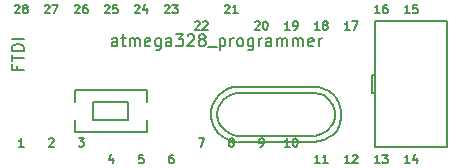
<source format=gto>
G04 #@! TF.FileFunction,Legend,Top*
%FSLAX46Y46*%
G04 Gerber Fmt 4.6, Leading zero omitted, Abs format (unit mm)*
G04 Created by KiCad (PCBNEW 4.0.0-2.201511301921+6191~38~ubuntu15.10.1-stable) date Tue 01 Dec 2015 16:56:00 GMT*
%MOMM*%
G01*
G04 APERTURE LIST*
%ADD10C,0.100000*%
%ADD11C,0.150000*%
G04 APERTURE END LIST*
D10*
D11*
X150241000Y-108442760D02*
X150040340Y-108041440D01*
X150040340Y-108041440D02*
X149938740Y-107442000D01*
X149938740Y-107442000D02*
X150040340Y-106941620D01*
X150040340Y-106941620D02*
X150439120Y-106243120D01*
X150439120Y-106243120D02*
X151041100Y-105841800D01*
X151041100Y-105841800D02*
X151640540Y-105641140D01*
X151640540Y-105641140D02*
X158239460Y-105641140D01*
X158239460Y-105641140D02*
X158940500Y-105841800D01*
X158940500Y-105841800D02*
X159339280Y-106141520D01*
X159339280Y-106141520D02*
X159740600Y-106641900D01*
X159740600Y-106641900D02*
X159941260Y-107241340D01*
X159941260Y-107241340D02*
X159941260Y-107741720D01*
X159941260Y-107741720D02*
X159740600Y-108242100D01*
X159740600Y-108242100D02*
X159240220Y-108841540D01*
X159240220Y-108841540D02*
X158739840Y-109141260D01*
X158739840Y-109141260D02*
X158239460Y-109242860D01*
X158140400Y-109242860D02*
X151538940Y-109242860D01*
X151538940Y-109242860D02*
X151140160Y-109141260D01*
X151140160Y-109141260D02*
X150639780Y-108841540D01*
X150639780Y-108841540D02*
X150139400Y-108341160D01*
X158130240Y-109771180D02*
X158589980Y-109722920D01*
X158589980Y-109722920D02*
X158988760Y-109611160D01*
X158988760Y-109611160D02*
X159420560Y-109392720D01*
X159420560Y-109392720D02*
X159710120Y-109161580D01*
X159710120Y-109161580D02*
X160040320Y-108811060D01*
X160040320Y-108811060D02*
X160329880Y-108272580D01*
X160329880Y-108272580D02*
X160459420Y-107673140D01*
X160459420Y-107673140D02*
X160459420Y-107162600D01*
X160459420Y-107162600D02*
X160289240Y-106461560D01*
X160289240Y-106461560D02*
X159890460Y-105872280D01*
X159890460Y-105872280D02*
X159430720Y-105501440D01*
X159430720Y-105501440D02*
X159009080Y-105293160D01*
X159009080Y-105293160D02*
X158559500Y-105133140D01*
X158559500Y-105133140D02*
X158120080Y-105102660D01*
X150779480Y-105321100D02*
X150401020Y-105542080D01*
X150401020Y-105542080D02*
X150080980Y-105821480D01*
X150080980Y-105821480D02*
X149829520Y-106151680D01*
X149829520Y-106151680D02*
X149529800Y-106702860D01*
X149529800Y-106702860D02*
X149420580Y-107172760D01*
X149420580Y-107172760D02*
X149400260Y-107632500D01*
X149400260Y-107632500D02*
X149489160Y-108092240D01*
X149489160Y-108092240D02*
X149679660Y-108541820D01*
X149679660Y-108541820D02*
X150040340Y-109011720D01*
X150040340Y-109011720D02*
X150390860Y-109331760D01*
X150390860Y-109331760D02*
X150779480Y-109562900D01*
X150779480Y-109562900D02*
X151208740Y-109702600D01*
X151208740Y-109702600D02*
X151650700Y-109771180D01*
X158140400Y-105112820D02*
X151688800Y-105112820D01*
X151688800Y-105112820D02*
X151269700Y-105150920D01*
X151269700Y-105150920D02*
X150779480Y-105321100D01*
X158140400Y-109771180D02*
X151688800Y-109771180D01*
X163322000Y-110236000D02*
X163322000Y-99568000D01*
X169418000Y-99568000D02*
X169418000Y-110236000D01*
X169418000Y-110236000D02*
X163322000Y-110236000D01*
X169418000Y-99568000D02*
X163322000Y-99568000D01*
X163322000Y-104140000D02*
X163068000Y-104140000D01*
X163068000Y-104140000D02*
X163068000Y-105664000D01*
X163068000Y-105664000D02*
X163322000Y-105664000D01*
X139446000Y-107950000D02*
X142367000Y-107950000D01*
X139446000Y-106426000D02*
X142367000Y-106426000D01*
X142367000Y-106426000D02*
X142367000Y-107950000D01*
X139446000Y-107950000D02*
X139446000Y-106426000D01*
X137922000Y-107950000D02*
X137922000Y-108966000D01*
X137922000Y-108966000D02*
X144018000Y-108966000D01*
X144018000Y-108966000D02*
X144018000Y-107950000D01*
X137922000Y-105410000D02*
X137922000Y-106426000D01*
X137922000Y-105410000D02*
X144018000Y-105410000D01*
X144018000Y-105410000D02*
X144018000Y-106426000D01*
X133024571Y-103338190D02*
X133024571Y-103671524D01*
X133548381Y-103671524D02*
X132548381Y-103671524D01*
X132548381Y-103195333D01*
X132548381Y-102957238D02*
X132548381Y-102385809D01*
X133548381Y-102671524D02*
X132548381Y-102671524D01*
X133548381Y-102052476D02*
X132548381Y-102052476D01*
X132548381Y-101814381D01*
X132596000Y-101671523D01*
X132691238Y-101576285D01*
X132786476Y-101528666D01*
X132976952Y-101481047D01*
X133119810Y-101481047D01*
X133310286Y-101528666D01*
X133405524Y-101576285D01*
X133500762Y-101671523D01*
X133548381Y-101814381D01*
X133548381Y-102052476D01*
X133548381Y-101052476D02*
X132548381Y-101052476D01*
X141479047Y-101671381D02*
X141479047Y-101147571D01*
X141431428Y-101052333D01*
X141336190Y-101004714D01*
X141145713Y-101004714D01*
X141050475Y-101052333D01*
X141479047Y-101623762D02*
X141383809Y-101671381D01*
X141145713Y-101671381D01*
X141050475Y-101623762D01*
X141002856Y-101528524D01*
X141002856Y-101433286D01*
X141050475Y-101338048D01*
X141145713Y-101290429D01*
X141383809Y-101290429D01*
X141479047Y-101242810D01*
X141812380Y-101004714D02*
X142193332Y-101004714D01*
X141955237Y-100671381D02*
X141955237Y-101528524D01*
X142002856Y-101623762D01*
X142098094Y-101671381D01*
X142193332Y-101671381D01*
X142526666Y-101671381D02*
X142526666Y-101004714D01*
X142526666Y-101099952D02*
X142574285Y-101052333D01*
X142669523Y-101004714D01*
X142812381Y-101004714D01*
X142907619Y-101052333D01*
X142955238Y-101147571D01*
X142955238Y-101671381D01*
X142955238Y-101147571D02*
X143002857Y-101052333D01*
X143098095Y-101004714D01*
X143240952Y-101004714D01*
X143336190Y-101052333D01*
X143383809Y-101147571D01*
X143383809Y-101671381D01*
X144240952Y-101623762D02*
X144145714Y-101671381D01*
X143955237Y-101671381D01*
X143859999Y-101623762D01*
X143812380Y-101528524D01*
X143812380Y-101147571D01*
X143859999Y-101052333D01*
X143955237Y-101004714D01*
X144145714Y-101004714D01*
X144240952Y-101052333D01*
X144288571Y-101147571D01*
X144288571Y-101242810D01*
X143812380Y-101338048D01*
X145145714Y-101004714D02*
X145145714Y-101814238D01*
X145098095Y-101909476D01*
X145050476Y-101957095D01*
X144955237Y-102004714D01*
X144812380Y-102004714D01*
X144717142Y-101957095D01*
X145145714Y-101623762D02*
X145050476Y-101671381D01*
X144859999Y-101671381D01*
X144764761Y-101623762D01*
X144717142Y-101576143D01*
X144669523Y-101480905D01*
X144669523Y-101195190D01*
X144717142Y-101099952D01*
X144764761Y-101052333D01*
X144859999Y-101004714D01*
X145050476Y-101004714D01*
X145145714Y-101052333D01*
X146050476Y-101671381D02*
X146050476Y-101147571D01*
X146002857Y-101052333D01*
X145907619Y-101004714D01*
X145717142Y-101004714D01*
X145621904Y-101052333D01*
X146050476Y-101623762D02*
X145955238Y-101671381D01*
X145717142Y-101671381D01*
X145621904Y-101623762D01*
X145574285Y-101528524D01*
X145574285Y-101433286D01*
X145621904Y-101338048D01*
X145717142Y-101290429D01*
X145955238Y-101290429D01*
X146050476Y-101242810D01*
X146431428Y-100671381D02*
X147050476Y-100671381D01*
X146717142Y-101052333D01*
X146860000Y-101052333D01*
X146955238Y-101099952D01*
X147002857Y-101147571D01*
X147050476Y-101242810D01*
X147050476Y-101480905D01*
X147002857Y-101576143D01*
X146955238Y-101623762D01*
X146860000Y-101671381D01*
X146574285Y-101671381D01*
X146479047Y-101623762D01*
X146431428Y-101576143D01*
X147431428Y-100766619D02*
X147479047Y-100719000D01*
X147574285Y-100671381D01*
X147812381Y-100671381D01*
X147907619Y-100719000D01*
X147955238Y-100766619D01*
X148002857Y-100861857D01*
X148002857Y-100957095D01*
X147955238Y-101099952D01*
X147383809Y-101671381D01*
X148002857Y-101671381D01*
X148574285Y-101099952D02*
X148479047Y-101052333D01*
X148431428Y-101004714D01*
X148383809Y-100909476D01*
X148383809Y-100861857D01*
X148431428Y-100766619D01*
X148479047Y-100719000D01*
X148574285Y-100671381D01*
X148764762Y-100671381D01*
X148860000Y-100719000D01*
X148907619Y-100766619D01*
X148955238Y-100861857D01*
X148955238Y-100909476D01*
X148907619Y-101004714D01*
X148860000Y-101052333D01*
X148764762Y-101099952D01*
X148574285Y-101099952D01*
X148479047Y-101147571D01*
X148431428Y-101195190D01*
X148383809Y-101290429D01*
X148383809Y-101480905D01*
X148431428Y-101576143D01*
X148479047Y-101623762D01*
X148574285Y-101671381D01*
X148764762Y-101671381D01*
X148860000Y-101623762D01*
X148907619Y-101576143D01*
X148955238Y-101480905D01*
X148955238Y-101290429D01*
X148907619Y-101195190D01*
X148860000Y-101147571D01*
X148764762Y-101099952D01*
X149145714Y-101766619D02*
X149907619Y-101766619D01*
X150145714Y-101004714D02*
X150145714Y-102004714D01*
X150145714Y-101052333D02*
X150240952Y-101004714D01*
X150431429Y-101004714D01*
X150526667Y-101052333D01*
X150574286Y-101099952D01*
X150621905Y-101195190D01*
X150621905Y-101480905D01*
X150574286Y-101576143D01*
X150526667Y-101623762D01*
X150431429Y-101671381D01*
X150240952Y-101671381D01*
X150145714Y-101623762D01*
X151050476Y-101671381D02*
X151050476Y-101004714D01*
X151050476Y-101195190D02*
X151098095Y-101099952D01*
X151145714Y-101052333D01*
X151240952Y-101004714D01*
X151336191Y-101004714D01*
X151812381Y-101671381D02*
X151717143Y-101623762D01*
X151669524Y-101576143D01*
X151621905Y-101480905D01*
X151621905Y-101195190D01*
X151669524Y-101099952D01*
X151717143Y-101052333D01*
X151812381Y-101004714D01*
X151955239Y-101004714D01*
X152050477Y-101052333D01*
X152098096Y-101099952D01*
X152145715Y-101195190D01*
X152145715Y-101480905D01*
X152098096Y-101576143D01*
X152050477Y-101623762D01*
X151955239Y-101671381D01*
X151812381Y-101671381D01*
X153002858Y-101004714D02*
X153002858Y-101814238D01*
X152955239Y-101909476D01*
X152907620Y-101957095D01*
X152812381Y-102004714D01*
X152669524Y-102004714D01*
X152574286Y-101957095D01*
X153002858Y-101623762D02*
X152907620Y-101671381D01*
X152717143Y-101671381D01*
X152621905Y-101623762D01*
X152574286Y-101576143D01*
X152526667Y-101480905D01*
X152526667Y-101195190D01*
X152574286Y-101099952D01*
X152621905Y-101052333D01*
X152717143Y-101004714D01*
X152907620Y-101004714D01*
X153002858Y-101052333D01*
X153479048Y-101671381D02*
X153479048Y-101004714D01*
X153479048Y-101195190D02*
X153526667Y-101099952D01*
X153574286Y-101052333D01*
X153669524Y-101004714D01*
X153764763Y-101004714D01*
X154526668Y-101671381D02*
X154526668Y-101147571D01*
X154479049Y-101052333D01*
X154383811Y-101004714D01*
X154193334Y-101004714D01*
X154098096Y-101052333D01*
X154526668Y-101623762D02*
X154431430Y-101671381D01*
X154193334Y-101671381D01*
X154098096Y-101623762D01*
X154050477Y-101528524D01*
X154050477Y-101433286D01*
X154098096Y-101338048D01*
X154193334Y-101290429D01*
X154431430Y-101290429D01*
X154526668Y-101242810D01*
X155002858Y-101671381D02*
X155002858Y-101004714D01*
X155002858Y-101099952D02*
X155050477Y-101052333D01*
X155145715Y-101004714D01*
X155288573Y-101004714D01*
X155383811Y-101052333D01*
X155431430Y-101147571D01*
X155431430Y-101671381D01*
X155431430Y-101147571D02*
X155479049Y-101052333D01*
X155574287Y-101004714D01*
X155717144Y-101004714D01*
X155812382Y-101052333D01*
X155860001Y-101147571D01*
X155860001Y-101671381D01*
X156336191Y-101671381D02*
X156336191Y-101004714D01*
X156336191Y-101099952D02*
X156383810Y-101052333D01*
X156479048Y-101004714D01*
X156621906Y-101004714D01*
X156717144Y-101052333D01*
X156764763Y-101147571D01*
X156764763Y-101671381D01*
X156764763Y-101147571D02*
X156812382Y-101052333D01*
X156907620Y-101004714D01*
X157050477Y-101004714D01*
X157145715Y-101052333D01*
X157193334Y-101147571D01*
X157193334Y-101671381D01*
X158050477Y-101623762D02*
X157955239Y-101671381D01*
X157764762Y-101671381D01*
X157669524Y-101623762D01*
X157621905Y-101528524D01*
X157621905Y-101147571D01*
X157669524Y-101052333D01*
X157764762Y-101004714D01*
X157955239Y-101004714D01*
X158050477Y-101052333D01*
X158098096Y-101147571D01*
X158098096Y-101242810D01*
X157621905Y-101338048D01*
X158526667Y-101671381D02*
X158526667Y-101004714D01*
X158526667Y-101195190D02*
X158574286Y-101099952D01*
X158621905Y-101052333D01*
X158717143Y-101004714D01*
X158812382Y-101004714D01*
X132816666Y-98235333D02*
X132850000Y-98202000D01*
X132916666Y-98168667D01*
X133083333Y-98168667D01*
X133150000Y-98202000D01*
X133183333Y-98235333D01*
X133216666Y-98302000D01*
X133216666Y-98368667D01*
X133183333Y-98468667D01*
X132783333Y-98868667D01*
X133216666Y-98868667D01*
X133616667Y-98468667D02*
X133550000Y-98435333D01*
X133516667Y-98402000D01*
X133483333Y-98335333D01*
X133483333Y-98302000D01*
X133516667Y-98235333D01*
X133550000Y-98202000D01*
X133616667Y-98168667D01*
X133750000Y-98168667D01*
X133816667Y-98202000D01*
X133850000Y-98235333D01*
X133883333Y-98302000D01*
X133883333Y-98335333D01*
X133850000Y-98402000D01*
X133816667Y-98435333D01*
X133750000Y-98468667D01*
X133616667Y-98468667D01*
X133550000Y-98502000D01*
X133516667Y-98535333D01*
X133483333Y-98602000D01*
X133483333Y-98735333D01*
X133516667Y-98802000D01*
X133550000Y-98835333D01*
X133616667Y-98868667D01*
X133750000Y-98868667D01*
X133816667Y-98835333D01*
X133850000Y-98802000D01*
X133883333Y-98735333D01*
X133883333Y-98602000D01*
X133850000Y-98535333D01*
X133816667Y-98502000D01*
X133750000Y-98468667D01*
X135356666Y-98235333D02*
X135390000Y-98202000D01*
X135456666Y-98168667D01*
X135623333Y-98168667D01*
X135690000Y-98202000D01*
X135723333Y-98235333D01*
X135756666Y-98302000D01*
X135756666Y-98368667D01*
X135723333Y-98468667D01*
X135323333Y-98868667D01*
X135756666Y-98868667D01*
X135990000Y-98168667D02*
X136456667Y-98168667D01*
X136156667Y-98868667D01*
X137896666Y-98235333D02*
X137930000Y-98202000D01*
X137996666Y-98168667D01*
X138163333Y-98168667D01*
X138230000Y-98202000D01*
X138263333Y-98235333D01*
X138296666Y-98302000D01*
X138296666Y-98368667D01*
X138263333Y-98468667D01*
X137863333Y-98868667D01*
X138296666Y-98868667D01*
X138896667Y-98168667D02*
X138763333Y-98168667D01*
X138696667Y-98202000D01*
X138663333Y-98235333D01*
X138596667Y-98335333D01*
X138563333Y-98468667D01*
X138563333Y-98735333D01*
X138596667Y-98802000D01*
X138630000Y-98835333D01*
X138696667Y-98868667D01*
X138830000Y-98868667D01*
X138896667Y-98835333D01*
X138930000Y-98802000D01*
X138963333Y-98735333D01*
X138963333Y-98568667D01*
X138930000Y-98502000D01*
X138896667Y-98468667D01*
X138830000Y-98435333D01*
X138696667Y-98435333D01*
X138630000Y-98468667D01*
X138596667Y-98502000D01*
X138563333Y-98568667D01*
X140436666Y-98235333D02*
X140470000Y-98202000D01*
X140536666Y-98168667D01*
X140703333Y-98168667D01*
X140770000Y-98202000D01*
X140803333Y-98235333D01*
X140836666Y-98302000D01*
X140836666Y-98368667D01*
X140803333Y-98468667D01*
X140403333Y-98868667D01*
X140836666Y-98868667D01*
X141470000Y-98168667D02*
X141136667Y-98168667D01*
X141103333Y-98502000D01*
X141136667Y-98468667D01*
X141203333Y-98435333D01*
X141370000Y-98435333D01*
X141436667Y-98468667D01*
X141470000Y-98502000D01*
X141503333Y-98568667D01*
X141503333Y-98735333D01*
X141470000Y-98802000D01*
X141436667Y-98835333D01*
X141370000Y-98868667D01*
X141203333Y-98868667D01*
X141136667Y-98835333D01*
X141103333Y-98802000D01*
X142976666Y-98235333D02*
X143010000Y-98202000D01*
X143076666Y-98168667D01*
X143243333Y-98168667D01*
X143310000Y-98202000D01*
X143343333Y-98235333D01*
X143376666Y-98302000D01*
X143376666Y-98368667D01*
X143343333Y-98468667D01*
X142943333Y-98868667D01*
X143376666Y-98868667D01*
X143976667Y-98402000D02*
X143976667Y-98868667D01*
X143810000Y-98135333D02*
X143643333Y-98635333D01*
X144076667Y-98635333D01*
X145516666Y-98235333D02*
X145550000Y-98202000D01*
X145616666Y-98168667D01*
X145783333Y-98168667D01*
X145850000Y-98202000D01*
X145883333Y-98235333D01*
X145916666Y-98302000D01*
X145916666Y-98368667D01*
X145883333Y-98468667D01*
X145483333Y-98868667D01*
X145916666Y-98868667D01*
X146150000Y-98168667D02*
X146583333Y-98168667D01*
X146350000Y-98435333D01*
X146450000Y-98435333D01*
X146516667Y-98468667D01*
X146550000Y-98502000D01*
X146583333Y-98568667D01*
X146583333Y-98735333D01*
X146550000Y-98802000D01*
X146516667Y-98835333D01*
X146450000Y-98868667D01*
X146250000Y-98868667D01*
X146183333Y-98835333D01*
X146150000Y-98802000D01*
X148056666Y-99632333D02*
X148090000Y-99599000D01*
X148156666Y-99565667D01*
X148323333Y-99565667D01*
X148390000Y-99599000D01*
X148423333Y-99632333D01*
X148456666Y-99699000D01*
X148456666Y-99765667D01*
X148423333Y-99865667D01*
X148023333Y-100265667D01*
X148456666Y-100265667D01*
X148723333Y-99632333D02*
X148756667Y-99599000D01*
X148823333Y-99565667D01*
X148990000Y-99565667D01*
X149056667Y-99599000D01*
X149090000Y-99632333D01*
X149123333Y-99699000D01*
X149123333Y-99765667D01*
X149090000Y-99865667D01*
X148690000Y-100265667D01*
X149123333Y-100265667D01*
X150596666Y-98235333D02*
X150630000Y-98202000D01*
X150696666Y-98168667D01*
X150863333Y-98168667D01*
X150930000Y-98202000D01*
X150963333Y-98235333D01*
X150996666Y-98302000D01*
X150996666Y-98368667D01*
X150963333Y-98468667D01*
X150563333Y-98868667D01*
X150996666Y-98868667D01*
X151663333Y-98868667D02*
X151263333Y-98868667D01*
X151463333Y-98868667D02*
X151463333Y-98168667D01*
X151396667Y-98268667D01*
X151330000Y-98335333D01*
X151263333Y-98368667D01*
X153136666Y-99632333D02*
X153170000Y-99599000D01*
X153236666Y-99565667D01*
X153403333Y-99565667D01*
X153470000Y-99599000D01*
X153503333Y-99632333D01*
X153536666Y-99699000D01*
X153536666Y-99765667D01*
X153503333Y-99865667D01*
X153103333Y-100265667D01*
X153536666Y-100265667D01*
X153970000Y-99565667D02*
X154036667Y-99565667D01*
X154103333Y-99599000D01*
X154136667Y-99632333D01*
X154170000Y-99699000D01*
X154203333Y-99832333D01*
X154203333Y-99999000D01*
X154170000Y-100132333D01*
X154136667Y-100199000D01*
X154103333Y-100232333D01*
X154036667Y-100265667D01*
X153970000Y-100265667D01*
X153903333Y-100232333D01*
X153870000Y-100199000D01*
X153836667Y-100132333D01*
X153803333Y-99999000D01*
X153803333Y-99832333D01*
X153836667Y-99699000D01*
X153870000Y-99632333D01*
X153903333Y-99599000D01*
X153970000Y-99565667D01*
X156076666Y-100265667D02*
X155676666Y-100265667D01*
X155876666Y-100265667D02*
X155876666Y-99565667D01*
X155810000Y-99665667D01*
X155743333Y-99732333D01*
X155676666Y-99765667D01*
X156410000Y-100265667D02*
X156543333Y-100265667D01*
X156610000Y-100232333D01*
X156643333Y-100199000D01*
X156710000Y-100099000D01*
X156743333Y-99965667D01*
X156743333Y-99699000D01*
X156710000Y-99632333D01*
X156676667Y-99599000D01*
X156610000Y-99565667D01*
X156476667Y-99565667D01*
X156410000Y-99599000D01*
X156376667Y-99632333D01*
X156343333Y-99699000D01*
X156343333Y-99865667D01*
X156376667Y-99932333D01*
X156410000Y-99965667D01*
X156476667Y-99999000D01*
X156610000Y-99999000D01*
X156676667Y-99965667D01*
X156710000Y-99932333D01*
X156743333Y-99865667D01*
X158616666Y-100265667D02*
X158216666Y-100265667D01*
X158416666Y-100265667D02*
X158416666Y-99565667D01*
X158350000Y-99665667D01*
X158283333Y-99732333D01*
X158216666Y-99765667D01*
X159016667Y-99865667D02*
X158950000Y-99832333D01*
X158916667Y-99799000D01*
X158883333Y-99732333D01*
X158883333Y-99699000D01*
X158916667Y-99632333D01*
X158950000Y-99599000D01*
X159016667Y-99565667D01*
X159150000Y-99565667D01*
X159216667Y-99599000D01*
X159250000Y-99632333D01*
X159283333Y-99699000D01*
X159283333Y-99732333D01*
X159250000Y-99799000D01*
X159216667Y-99832333D01*
X159150000Y-99865667D01*
X159016667Y-99865667D01*
X158950000Y-99899000D01*
X158916667Y-99932333D01*
X158883333Y-99999000D01*
X158883333Y-100132333D01*
X158916667Y-100199000D01*
X158950000Y-100232333D01*
X159016667Y-100265667D01*
X159150000Y-100265667D01*
X159216667Y-100232333D01*
X159250000Y-100199000D01*
X159283333Y-100132333D01*
X159283333Y-99999000D01*
X159250000Y-99932333D01*
X159216667Y-99899000D01*
X159150000Y-99865667D01*
X161156666Y-100265667D02*
X160756666Y-100265667D01*
X160956666Y-100265667D02*
X160956666Y-99565667D01*
X160890000Y-99665667D01*
X160823333Y-99732333D01*
X160756666Y-99765667D01*
X161390000Y-99565667D02*
X161856667Y-99565667D01*
X161556667Y-100265667D01*
X163696666Y-98868667D02*
X163296666Y-98868667D01*
X163496666Y-98868667D02*
X163496666Y-98168667D01*
X163430000Y-98268667D01*
X163363333Y-98335333D01*
X163296666Y-98368667D01*
X164296667Y-98168667D02*
X164163333Y-98168667D01*
X164096667Y-98202000D01*
X164063333Y-98235333D01*
X163996667Y-98335333D01*
X163963333Y-98468667D01*
X163963333Y-98735333D01*
X163996667Y-98802000D01*
X164030000Y-98835333D01*
X164096667Y-98868667D01*
X164230000Y-98868667D01*
X164296667Y-98835333D01*
X164330000Y-98802000D01*
X164363333Y-98735333D01*
X164363333Y-98568667D01*
X164330000Y-98502000D01*
X164296667Y-98468667D01*
X164230000Y-98435333D01*
X164096667Y-98435333D01*
X164030000Y-98468667D01*
X163996667Y-98502000D01*
X163963333Y-98568667D01*
X166236666Y-98868667D02*
X165836666Y-98868667D01*
X166036666Y-98868667D02*
X166036666Y-98168667D01*
X165970000Y-98268667D01*
X165903333Y-98335333D01*
X165836666Y-98368667D01*
X166870000Y-98168667D02*
X166536667Y-98168667D01*
X166503333Y-98502000D01*
X166536667Y-98468667D01*
X166603333Y-98435333D01*
X166770000Y-98435333D01*
X166836667Y-98468667D01*
X166870000Y-98502000D01*
X166903333Y-98568667D01*
X166903333Y-98735333D01*
X166870000Y-98802000D01*
X166836667Y-98835333D01*
X166770000Y-98868667D01*
X166603333Y-98868667D01*
X166536667Y-98835333D01*
X166503333Y-98802000D01*
X166236666Y-111568667D02*
X165836666Y-111568667D01*
X166036666Y-111568667D02*
X166036666Y-110868667D01*
X165970000Y-110968667D01*
X165903333Y-111035333D01*
X165836666Y-111068667D01*
X166836667Y-111102000D02*
X166836667Y-111568667D01*
X166670000Y-110835333D02*
X166503333Y-111335333D01*
X166936667Y-111335333D01*
X163696666Y-111568667D02*
X163296666Y-111568667D01*
X163496666Y-111568667D02*
X163496666Y-110868667D01*
X163430000Y-110968667D01*
X163363333Y-111035333D01*
X163296666Y-111068667D01*
X163930000Y-110868667D02*
X164363333Y-110868667D01*
X164130000Y-111135333D01*
X164230000Y-111135333D01*
X164296667Y-111168667D01*
X164330000Y-111202000D01*
X164363333Y-111268667D01*
X164363333Y-111435333D01*
X164330000Y-111502000D01*
X164296667Y-111535333D01*
X164230000Y-111568667D01*
X164030000Y-111568667D01*
X163963333Y-111535333D01*
X163930000Y-111502000D01*
X161156666Y-111568667D02*
X160756666Y-111568667D01*
X160956666Y-111568667D02*
X160956666Y-110868667D01*
X160890000Y-110968667D01*
X160823333Y-111035333D01*
X160756666Y-111068667D01*
X161423333Y-110935333D02*
X161456667Y-110902000D01*
X161523333Y-110868667D01*
X161690000Y-110868667D01*
X161756667Y-110902000D01*
X161790000Y-110935333D01*
X161823333Y-111002000D01*
X161823333Y-111068667D01*
X161790000Y-111168667D01*
X161390000Y-111568667D01*
X161823333Y-111568667D01*
X158616666Y-111568667D02*
X158216666Y-111568667D01*
X158416666Y-111568667D02*
X158416666Y-110868667D01*
X158350000Y-110968667D01*
X158283333Y-111035333D01*
X158216666Y-111068667D01*
X159283333Y-111568667D02*
X158883333Y-111568667D01*
X159083333Y-111568667D02*
X159083333Y-110868667D01*
X159016667Y-110968667D01*
X158950000Y-111035333D01*
X158883333Y-111068667D01*
X156076666Y-110171667D02*
X155676666Y-110171667D01*
X155876666Y-110171667D02*
X155876666Y-109471667D01*
X155810000Y-109571667D01*
X155743333Y-109638333D01*
X155676666Y-109671667D01*
X156510000Y-109471667D02*
X156576667Y-109471667D01*
X156643333Y-109505000D01*
X156676667Y-109538333D01*
X156710000Y-109605000D01*
X156743333Y-109738333D01*
X156743333Y-109905000D01*
X156710000Y-110038333D01*
X156676667Y-110105000D01*
X156643333Y-110138333D01*
X156576667Y-110171667D01*
X156510000Y-110171667D01*
X156443333Y-110138333D01*
X156410000Y-110105000D01*
X156376667Y-110038333D01*
X156343333Y-109905000D01*
X156343333Y-109738333D01*
X156376667Y-109605000D01*
X156410000Y-109538333D01*
X156443333Y-109505000D01*
X156510000Y-109471667D01*
X153536667Y-110171667D02*
X153670000Y-110171667D01*
X153736667Y-110138333D01*
X153770000Y-110105000D01*
X153836667Y-110005000D01*
X153870000Y-109871667D01*
X153870000Y-109605000D01*
X153836667Y-109538333D01*
X153803334Y-109505000D01*
X153736667Y-109471667D01*
X153603334Y-109471667D01*
X153536667Y-109505000D01*
X153503334Y-109538333D01*
X153470000Y-109605000D01*
X153470000Y-109771667D01*
X153503334Y-109838333D01*
X153536667Y-109871667D01*
X153603334Y-109905000D01*
X153736667Y-109905000D01*
X153803334Y-109871667D01*
X153836667Y-109838333D01*
X153870000Y-109771667D01*
X146183334Y-110868667D02*
X146050000Y-110868667D01*
X145983334Y-110902000D01*
X145950000Y-110935333D01*
X145883334Y-111035333D01*
X145850000Y-111168667D01*
X145850000Y-111435333D01*
X145883334Y-111502000D01*
X145916667Y-111535333D01*
X145983334Y-111568667D01*
X146116667Y-111568667D01*
X146183334Y-111535333D01*
X146216667Y-111502000D01*
X146250000Y-111435333D01*
X146250000Y-111268667D01*
X146216667Y-111202000D01*
X146183334Y-111168667D01*
X146116667Y-111135333D01*
X145983334Y-111135333D01*
X145916667Y-111168667D01*
X145883334Y-111202000D01*
X145850000Y-111268667D01*
X143676667Y-110868667D02*
X143343334Y-110868667D01*
X143310000Y-111202000D01*
X143343334Y-111168667D01*
X143410000Y-111135333D01*
X143576667Y-111135333D01*
X143643334Y-111168667D01*
X143676667Y-111202000D01*
X143710000Y-111268667D01*
X143710000Y-111435333D01*
X143676667Y-111502000D01*
X143643334Y-111535333D01*
X143576667Y-111568667D01*
X143410000Y-111568667D01*
X143343334Y-111535333D01*
X143310000Y-111502000D01*
X141103334Y-111102000D02*
X141103334Y-111568667D01*
X140936667Y-110835333D02*
X140770000Y-111335333D01*
X141203334Y-111335333D01*
X138196667Y-109471667D02*
X138630000Y-109471667D01*
X138396667Y-109738333D01*
X138496667Y-109738333D01*
X138563334Y-109771667D01*
X138596667Y-109805000D01*
X138630000Y-109871667D01*
X138630000Y-110038333D01*
X138596667Y-110105000D01*
X138563334Y-110138333D01*
X138496667Y-110171667D01*
X138296667Y-110171667D01*
X138230000Y-110138333D01*
X138196667Y-110105000D01*
X135690000Y-109538333D02*
X135723334Y-109505000D01*
X135790000Y-109471667D01*
X135956667Y-109471667D01*
X136023334Y-109505000D01*
X136056667Y-109538333D01*
X136090000Y-109605000D01*
X136090000Y-109671667D01*
X136056667Y-109771667D01*
X135656667Y-110171667D01*
X136090000Y-110171667D01*
X133550000Y-110171667D02*
X133150000Y-110171667D01*
X133350000Y-110171667D02*
X133350000Y-109471667D01*
X133283334Y-109571667D01*
X133216667Y-109638333D01*
X133150000Y-109671667D01*
X151063334Y-109771667D02*
X150996667Y-109738333D01*
X150963334Y-109705000D01*
X150930000Y-109638333D01*
X150930000Y-109605000D01*
X150963334Y-109538333D01*
X150996667Y-109505000D01*
X151063334Y-109471667D01*
X151196667Y-109471667D01*
X151263334Y-109505000D01*
X151296667Y-109538333D01*
X151330000Y-109605000D01*
X151330000Y-109638333D01*
X151296667Y-109705000D01*
X151263334Y-109738333D01*
X151196667Y-109771667D01*
X151063334Y-109771667D01*
X150996667Y-109805000D01*
X150963334Y-109838333D01*
X150930000Y-109905000D01*
X150930000Y-110038333D01*
X150963334Y-110105000D01*
X150996667Y-110138333D01*
X151063334Y-110171667D01*
X151196667Y-110171667D01*
X151263334Y-110138333D01*
X151296667Y-110105000D01*
X151330000Y-110038333D01*
X151330000Y-109905000D01*
X151296667Y-109838333D01*
X151263334Y-109805000D01*
X151196667Y-109771667D01*
X148356667Y-109471667D02*
X148823334Y-109471667D01*
X148523334Y-110171667D01*
M02*

</source>
